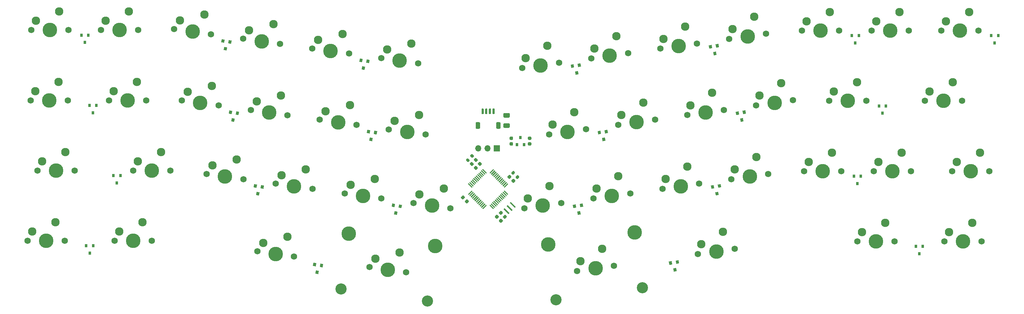
<source format=gbr>
%TF.GenerationSoftware,KiCad,Pcbnew,(5.1.8)-1*%
%TF.CreationDate,2021-05-05T18:46:58+02:00*%
%TF.ProjectId,Annelise,416e6e65-6c69-4736-952e-6b696361645f,rev?*%
%TF.SameCoordinates,Original*%
%TF.FileFunction,Soldermask,Bot*%
%TF.FilePolarity,Negative*%
%FSLAX46Y46*%
G04 Gerber Fmt 4.6, Leading zero omitted, Abs format (unit mm)*
G04 Created by KiCad (PCBNEW (5.1.8)-1) date 2021-05-05 18:46:58*
%MOMM*%
%LPD*%
G01*
G04 APERTURE LIST*
%ADD10C,0.100000*%
%ADD11R,0.800000X0.900000*%
%ADD12C,2.300000*%
%ADD13C,1.750000*%
%ADD14C,3.987800*%
%ADD15C,3.048000*%
%ADD16O,1.700000X1.700000*%
%ADD17R,1.700000X1.700000*%
G04 APERTURE END LIST*
D10*
%TO.C,Y1*%
G36*
X167543567Y-131394150D02*
G01*
X168887070Y-132737653D01*
X168604227Y-133020496D01*
X167260724Y-131676993D01*
X167543567Y-131394150D01*
G37*
G36*
X168392095Y-130545622D02*
G01*
X169735598Y-131889125D01*
X169452755Y-132171968D01*
X168109252Y-130828465D01*
X168392095Y-130545622D01*
G37*
G36*
X169240623Y-129697094D02*
G01*
X170584126Y-131040597D01*
X170301283Y-131323440D01*
X168957780Y-129979937D01*
X169240623Y-129697094D01*
G37*
%TD*%
D11*
%TO.C,U3*%
X171872425Y-112033795D03*
X170922425Y-114033795D03*
X172822425Y-114033795D03*
%TD*%
%TO.C,U2*%
G36*
G01*
X168484825Y-124822615D02*
X167547909Y-125759531D01*
G75*
G02*
X167441843Y-125759531I-53033J53033D01*
G01*
X167335777Y-125653465D01*
G75*
G02*
X167335777Y-125547399I53033J53033D01*
G01*
X168272693Y-124610483D01*
G75*
G02*
X168378759Y-124610483I53033J-53033D01*
G01*
X168484825Y-124716549D01*
G75*
G02*
X168484825Y-124822615I-53033J-53033D01*
G01*
G37*
G36*
G01*
X168131271Y-124469061D02*
X167194355Y-125405977D01*
G75*
G02*
X167088289Y-125405977I-53033J53033D01*
G01*
X166982223Y-125299911D01*
G75*
G02*
X166982223Y-125193845I53033J53033D01*
G01*
X167919139Y-124256929D01*
G75*
G02*
X168025205Y-124256929I53033J-53033D01*
G01*
X168131271Y-124362995D01*
G75*
G02*
X168131271Y-124469061I-53033J-53033D01*
G01*
G37*
G36*
G01*
X167777718Y-124115508D02*
X166840802Y-125052424D01*
G75*
G02*
X166734736Y-125052424I-53033J53033D01*
G01*
X166628670Y-124946358D01*
G75*
G02*
X166628670Y-124840292I53033J53033D01*
G01*
X167565586Y-123903376D01*
G75*
G02*
X167671652Y-123903376I53033J-53033D01*
G01*
X167777718Y-124009442D01*
G75*
G02*
X167777718Y-124115508I-53033J-53033D01*
G01*
G37*
G36*
G01*
X167424164Y-123761954D02*
X166487248Y-124698870D01*
G75*
G02*
X166381182Y-124698870I-53033J53033D01*
G01*
X166275116Y-124592804D01*
G75*
G02*
X166275116Y-124486738I53033J53033D01*
G01*
X167212032Y-123549822D01*
G75*
G02*
X167318098Y-123549822I53033J-53033D01*
G01*
X167424164Y-123655888D01*
G75*
G02*
X167424164Y-123761954I-53033J-53033D01*
G01*
G37*
G36*
G01*
X167070611Y-123408401D02*
X166133695Y-124345317D01*
G75*
G02*
X166027629Y-124345317I-53033J53033D01*
G01*
X165921563Y-124239251D01*
G75*
G02*
X165921563Y-124133185I53033J53033D01*
G01*
X166858479Y-123196269D01*
G75*
G02*
X166964545Y-123196269I53033J-53033D01*
G01*
X167070611Y-123302335D01*
G75*
G02*
X167070611Y-123408401I-53033J-53033D01*
G01*
G37*
G36*
G01*
X166717058Y-123054848D02*
X165780142Y-123991764D01*
G75*
G02*
X165674076Y-123991764I-53033J53033D01*
G01*
X165568010Y-123885698D01*
G75*
G02*
X165568010Y-123779632I53033J53033D01*
G01*
X166504926Y-122842716D01*
G75*
G02*
X166610992Y-122842716I53033J-53033D01*
G01*
X166717058Y-122948782D01*
G75*
G02*
X166717058Y-123054848I-53033J-53033D01*
G01*
G37*
G36*
G01*
X166363504Y-122701294D02*
X165426588Y-123638210D01*
G75*
G02*
X165320522Y-123638210I-53033J53033D01*
G01*
X165214456Y-123532144D01*
G75*
G02*
X165214456Y-123426078I53033J53033D01*
G01*
X166151372Y-122489162D01*
G75*
G02*
X166257438Y-122489162I53033J-53033D01*
G01*
X166363504Y-122595228D01*
G75*
G02*
X166363504Y-122701294I-53033J-53033D01*
G01*
G37*
G36*
G01*
X166009951Y-122347741D02*
X165073035Y-123284657D01*
G75*
G02*
X164966969Y-123284657I-53033J53033D01*
G01*
X164860903Y-123178591D01*
G75*
G02*
X164860903Y-123072525I53033J53033D01*
G01*
X165797819Y-122135609D01*
G75*
G02*
X165903885Y-122135609I53033J-53033D01*
G01*
X166009951Y-122241675D01*
G75*
G02*
X166009951Y-122347741I-53033J-53033D01*
G01*
G37*
G36*
G01*
X165656398Y-121994188D02*
X164719482Y-122931104D01*
G75*
G02*
X164613416Y-122931104I-53033J53033D01*
G01*
X164507350Y-122825038D01*
G75*
G02*
X164507350Y-122718972I53033J53033D01*
G01*
X165444266Y-121782056D01*
G75*
G02*
X165550332Y-121782056I53033J-53033D01*
G01*
X165656398Y-121888122D01*
G75*
G02*
X165656398Y-121994188I-53033J-53033D01*
G01*
G37*
G36*
G01*
X165302844Y-121640634D02*
X164365928Y-122577550D01*
G75*
G02*
X164259862Y-122577550I-53033J53033D01*
G01*
X164153796Y-122471484D01*
G75*
G02*
X164153796Y-122365418I53033J53033D01*
G01*
X165090712Y-121428502D01*
G75*
G02*
X165196778Y-121428502I53033J-53033D01*
G01*
X165302844Y-121534568D01*
G75*
G02*
X165302844Y-121640634I-53033J-53033D01*
G01*
G37*
G36*
G01*
X164949291Y-121287081D02*
X164012375Y-122223997D01*
G75*
G02*
X163906309Y-122223997I-53033J53033D01*
G01*
X163800243Y-122117931D01*
G75*
G02*
X163800243Y-122011865I53033J53033D01*
G01*
X164737159Y-121074949D01*
G75*
G02*
X164843225Y-121074949I53033J-53033D01*
G01*
X164949291Y-121181015D01*
G75*
G02*
X164949291Y-121287081I-53033J-53033D01*
G01*
G37*
G36*
G01*
X164595737Y-120933527D02*
X163658821Y-121870443D01*
G75*
G02*
X163552755Y-121870443I-53033J53033D01*
G01*
X163446689Y-121764377D01*
G75*
G02*
X163446689Y-121658311I53033J53033D01*
G01*
X164383605Y-120721395D01*
G75*
G02*
X164489671Y-120721395I53033J-53033D01*
G01*
X164595737Y-120827461D01*
G75*
G02*
X164595737Y-120933527I-53033J-53033D01*
G01*
G37*
G36*
G01*
X162598161Y-121764377D02*
X162492095Y-121870443D01*
G75*
G02*
X162386029Y-121870443I-53033J53033D01*
G01*
X161449113Y-120933527D01*
G75*
G02*
X161449113Y-120827461I53033J53033D01*
G01*
X161555179Y-120721395D01*
G75*
G02*
X161661245Y-120721395I53033J-53033D01*
G01*
X162598161Y-121658311D01*
G75*
G02*
X162598161Y-121764377I-53033J-53033D01*
G01*
G37*
G36*
G01*
X162244607Y-122117931D02*
X162138541Y-122223997D01*
G75*
G02*
X162032475Y-122223997I-53033J53033D01*
G01*
X161095559Y-121287081D01*
G75*
G02*
X161095559Y-121181015I53033J53033D01*
G01*
X161201625Y-121074949D01*
G75*
G02*
X161307691Y-121074949I53033J-53033D01*
G01*
X162244607Y-122011865D01*
G75*
G02*
X162244607Y-122117931I-53033J-53033D01*
G01*
G37*
G36*
G01*
X161891054Y-122471484D02*
X161784988Y-122577550D01*
G75*
G02*
X161678922Y-122577550I-53033J53033D01*
G01*
X160742006Y-121640634D01*
G75*
G02*
X160742006Y-121534568I53033J53033D01*
G01*
X160848072Y-121428502D01*
G75*
G02*
X160954138Y-121428502I53033J-53033D01*
G01*
X161891054Y-122365418D01*
G75*
G02*
X161891054Y-122471484I-53033J-53033D01*
G01*
G37*
G36*
G01*
X161537500Y-122825038D02*
X161431434Y-122931104D01*
G75*
G02*
X161325368Y-122931104I-53033J53033D01*
G01*
X160388452Y-121994188D01*
G75*
G02*
X160388452Y-121888122I53033J53033D01*
G01*
X160494518Y-121782056D01*
G75*
G02*
X160600584Y-121782056I53033J-53033D01*
G01*
X161537500Y-122718972D01*
G75*
G02*
X161537500Y-122825038I-53033J-53033D01*
G01*
G37*
G36*
G01*
X161183947Y-123178591D02*
X161077881Y-123284657D01*
G75*
G02*
X160971815Y-123284657I-53033J53033D01*
G01*
X160034899Y-122347741D01*
G75*
G02*
X160034899Y-122241675I53033J53033D01*
G01*
X160140965Y-122135609D01*
G75*
G02*
X160247031Y-122135609I53033J-53033D01*
G01*
X161183947Y-123072525D01*
G75*
G02*
X161183947Y-123178591I-53033J-53033D01*
G01*
G37*
G36*
G01*
X160830394Y-123532144D02*
X160724328Y-123638210D01*
G75*
G02*
X160618262Y-123638210I-53033J53033D01*
G01*
X159681346Y-122701294D01*
G75*
G02*
X159681346Y-122595228I53033J53033D01*
G01*
X159787412Y-122489162D01*
G75*
G02*
X159893478Y-122489162I53033J-53033D01*
G01*
X160830394Y-123426078D01*
G75*
G02*
X160830394Y-123532144I-53033J-53033D01*
G01*
G37*
G36*
G01*
X160476840Y-123885698D02*
X160370774Y-123991764D01*
G75*
G02*
X160264708Y-123991764I-53033J53033D01*
G01*
X159327792Y-123054848D01*
G75*
G02*
X159327792Y-122948782I53033J53033D01*
G01*
X159433858Y-122842716D01*
G75*
G02*
X159539924Y-122842716I53033J-53033D01*
G01*
X160476840Y-123779632D01*
G75*
G02*
X160476840Y-123885698I-53033J-53033D01*
G01*
G37*
G36*
G01*
X160123287Y-124239251D02*
X160017221Y-124345317D01*
G75*
G02*
X159911155Y-124345317I-53033J53033D01*
G01*
X158974239Y-123408401D01*
G75*
G02*
X158974239Y-123302335I53033J53033D01*
G01*
X159080305Y-123196269D01*
G75*
G02*
X159186371Y-123196269I53033J-53033D01*
G01*
X160123287Y-124133185D01*
G75*
G02*
X160123287Y-124239251I-53033J-53033D01*
G01*
G37*
G36*
G01*
X159769734Y-124592804D02*
X159663668Y-124698870D01*
G75*
G02*
X159557602Y-124698870I-53033J53033D01*
G01*
X158620686Y-123761954D01*
G75*
G02*
X158620686Y-123655888I53033J53033D01*
G01*
X158726752Y-123549822D01*
G75*
G02*
X158832818Y-123549822I53033J-53033D01*
G01*
X159769734Y-124486738D01*
G75*
G02*
X159769734Y-124592804I-53033J-53033D01*
G01*
G37*
G36*
G01*
X159416180Y-124946358D02*
X159310114Y-125052424D01*
G75*
G02*
X159204048Y-125052424I-53033J53033D01*
G01*
X158267132Y-124115508D01*
G75*
G02*
X158267132Y-124009442I53033J53033D01*
G01*
X158373198Y-123903376D01*
G75*
G02*
X158479264Y-123903376I53033J-53033D01*
G01*
X159416180Y-124840292D01*
G75*
G02*
X159416180Y-124946358I-53033J-53033D01*
G01*
G37*
G36*
G01*
X159062627Y-125299911D02*
X158956561Y-125405977D01*
G75*
G02*
X158850495Y-125405977I-53033J53033D01*
G01*
X157913579Y-124469061D01*
G75*
G02*
X157913579Y-124362995I53033J53033D01*
G01*
X158019645Y-124256929D01*
G75*
G02*
X158125711Y-124256929I53033J-53033D01*
G01*
X159062627Y-125193845D01*
G75*
G02*
X159062627Y-125299911I-53033J-53033D01*
G01*
G37*
G36*
G01*
X158709073Y-125653465D02*
X158603007Y-125759531D01*
G75*
G02*
X158496941Y-125759531I-53033J53033D01*
G01*
X157560025Y-124822615D01*
G75*
G02*
X157560025Y-124716549I53033J53033D01*
G01*
X157666091Y-124610483D01*
G75*
G02*
X157772157Y-124610483I53033J-53033D01*
G01*
X158709073Y-125547399D01*
G75*
G02*
X158709073Y-125653465I-53033J-53033D01*
G01*
G37*
G36*
G01*
X158709073Y-126820191D02*
X157772157Y-127757107D01*
G75*
G02*
X157666091Y-127757107I-53033J53033D01*
G01*
X157560025Y-127651041D01*
G75*
G02*
X157560025Y-127544975I53033J53033D01*
G01*
X158496941Y-126608059D01*
G75*
G02*
X158603007Y-126608059I53033J-53033D01*
G01*
X158709073Y-126714125D01*
G75*
G02*
X158709073Y-126820191I-53033J-53033D01*
G01*
G37*
G36*
G01*
X159062627Y-127173745D02*
X158125711Y-128110661D01*
G75*
G02*
X158019645Y-128110661I-53033J53033D01*
G01*
X157913579Y-128004595D01*
G75*
G02*
X157913579Y-127898529I53033J53033D01*
G01*
X158850495Y-126961613D01*
G75*
G02*
X158956561Y-126961613I53033J-53033D01*
G01*
X159062627Y-127067679D01*
G75*
G02*
X159062627Y-127173745I-53033J-53033D01*
G01*
G37*
G36*
G01*
X159416180Y-127527298D02*
X158479264Y-128464214D01*
G75*
G02*
X158373198Y-128464214I-53033J53033D01*
G01*
X158267132Y-128358148D01*
G75*
G02*
X158267132Y-128252082I53033J53033D01*
G01*
X159204048Y-127315166D01*
G75*
G02*
X159310114Y-127315166I53033J-53033D01*
G01*
X159416180Y-127421232D01*
G75*
G02*
X159416180Y-127527298I-53033J-53033D01*
G01*
G37*
G36*
G01*
X159769734Y-127880852D02*
X158832818Y-128817768D01*
G75*
G02*
X158726752Y-128817768I-53033J53033D01*
G01*
X158620686Y-128711702D01*
G75*
G02*
X158620686Y-128605636I53033J53033D01*
G01*
X159557602Y-127668720D01*
G75*
G02*
X159663668Y-127668720I53033J-53033D01*
G01*
X159769734Y-127774786D01*
G75*
G02*
X159769734Y-127880852I-53033J-53033D01*
G01*
G37*
G36*
G01*
X160123287Y-128234405D02*
X159186371Y-129171321D01*
G75*
G02*
X159080305Y-129171321I-53033J53033D01*
G01*
X158974239Y-129065255D01*
G75*
G02*
X158974239Y-128959189I53033J53033D01*
G01*
X159911155Y-128022273D01*
G75*
G02*
X160017221Y-128022273I53033J-53033D01*
G01*
X160123287Y-128128339D01*
G75*
G02*
X160123287Y-128234405I-53033J-53033D01*
G01*
G37*
G36*
G01*
X160476840Y-128587958D02*
X159539924Y-129524874D01*
G75*
G02*
X159433858Y-129524874I-53033J53033D01*
G01*
X159327792Y-129418808D01*
G75*
G02*
X159327792Y-129312742I53033J53033D01*
G01*
X160264708Y-128375826D01*
G75*
G02*
X160370774Y-128375826I53033J-53033D01*
G01*
X160476840Y-128481892D01*
G75*
G02*
X160476840Y-128587958I-53033J-53033D01*
G01*
G37*
G36*
G01*
X160830394Y-128941512D02*
X159893478Y-129878428D01*
G75*
G02*
X159787412Y-129878428I-53033J53033D01*
G01*
X159681346Y-129772362D01*
G75*
G02*
X159681346Y-129666296I53033J53033D01*
G01*
X160618262Y-128729380D01*
G75*
G02*
X160724328Y-128729380I53033J-53033D01*
G01*
X160830394Y-128835446D01*
G75*
G02*
X160830394Y-128941512I-53033J-53033D01*
G01*
G37*
G36*
G01*
X161183947Y-129295065D02*
X160247031Y-130231981D01*
G75*
G02*
X160140965Y-130231981I-53033J53033D01*
G01*
X160034899Y-130125915D01*
G75*
G02*
X160034899Y-130019849I53033J53033D01*
G01*
X160971815Y-129082933D01*
G75*
G02*
X161077881Y-129082933I53033J-53033D01*
G01*
X161183947Y-129188999D01*
G75*
G02*
X161183947Y-129295065I-53033J-53033D01*
G01*
G37*
G36*
G01*
X161537500Y-129648618D02*
X160600584Y-130585534D01*
G75*
G02*
X160494518Y-130585534I-53033J53033D01*
G01*
X160388452Y-130479468D01*
G75*
G02*
X160388452Y-130373402I53033J53033D01*
G01*
X161325368Y-129436486D01*
G75*
G02*
X161431434Y-129436486I53033J-53033D01*
G01*
X161537500Y-129542552D01*
G75*
G02*
X161537500Y-129648618I-53033J-53033D01*
G01*
G37*
G36*
G01*
X161891054Y-130002172D02*
X160954138Y-130939088D01*
G75*
G02*
X160848072Y-130939088I-53033J53033D01*
G01*
X160742006Y-130833022D01*
G75*
G02*
X160742006Y-130726956I53033J53033D01*
G01*
X161678922Y-129790040D01*
G75*
G02*
X161784988Y-129790040I53033J-53033D01*
G01*
X161891054Y-129896106D01*
G75*
G02*
X161891054Y-130002172I-53033J-53033D01*
G01*
G37*
G36*
G01*
X162244607Y-130355725D02*
X161307691Y-131292641D01*
G75*
G02*
X161201625Y-131292641I-53033J53033D01*
G01*
X161095559Y-131186575D01*
G75*
G02*
X161095559Y-131080509I53033J53033D01*
G01*
X162032475Y-130143593D01*
G75*
G02*
X162138541Y-130143593I53033J-53033D01*
G01*
X162244607Y-130249659D01*
G75*
G02*
X162244607Y-130355725I-53033J-53033D01*
G01*
G37*
G36*
G01*
X162598161Y-130709279D02*
X161661245Y-131646195D01*
G75*
G02*
X161555179Y-131646195I-53033J53033D01*
G01*
X161449113Y-131540129D01*
G75*
G02*
X161449113Y-131434063I53033J53033D01*
G01*
X162386029Y-130497147D01*
G75*
G02*
X162492095Y-130497147I53033J-53033D01*
G01*
X162598161Y-130603213D01*
G75*
G02*
X162598161Y-130709279I-53033J-53033D01*
G01*
G37*
G36*
G01*
X164595737Y-131540129D02*
X164489671Y-131646195D01*
G75*
G02*
X164383605Y-131646195I-53033J53033D01*
G01*
X163446689Y-130709279D01*
G75*
G02*
X163446689Y-130603213I53033J53033D01*
G01*
X163552755Y-130497147D01*
G75*
G02*
X163658821Y-130497147I53033J-53033D01*
G01*
X164595737Y-131434063D01*
G75*
G02*
X164595737Y-131540129I-53033J-53033D01*
G01*
G37*
G36*
G01*
X164949291Y-131186575D02*
X164843225Y-131292641D01*
G75*
G02*
X164737159Y-131292641I-53033J53033D01*
G01*
X163800243Y-130355725D01*
G75*
G02*
X163800243Y-130249659I53033J53033D01*
G01*
X163906309Y-130143593D01*
G75*
G02*
X164012375Y-130143593I53033J-53033D01*
G01*
X164949291Y-131080509D01*
G75*
G02*
X164949291Y-131186575I-53033J-53033D01*
G01*
G37*
G36*
G01*
X165302844Y-130833022D02*
X165196778Y-130939088D01*
G75*
G02*
X165090712Y-130939088I-53033J53033D01*
G01*
X164153796Y-130002172D01*
G75*
G02*
X164153796Y-129896106I53033J53033D01*
G01*
X164259862Y-129790040D01*
G75*
G02*
X164365928Y-129790040I53033J-53033D01*
G01*
X165302844Y-130726956D01*
G75*
G02*
X165302844Y-130833022I-53033J-53033D01*
G01*
G37*
G36*
G01*
X165656398Y-130479468D02*
X165550332Y-130585534D01*
G75*
G02*
X165444266Y-130585534I-53033J53033D01*
G01*
X164507350Y-129648618D01*
G75*
G02*
X164507350Y-129542552I53033J53033D01*
G01*
X164613416Y-129436486D01*
G75*
G02*
X164719482Y-129436486I53033J-53033D01*
G01*
X165656398Y-130373402D01*
G75*
G02*
X165656398Y-130479468I-53033J-53033D01*
G01*
G37*
G36*
G01*
X166009951Y-130125915D02*
X165903885Y-130231981D01*
G75*
G02*
X165797819Y-130231981I-53033J53033D01*
G01*
X164860903Y-129295065D01*
G75*
G02*
X164860903Y-129188999I53033J53033D01*
G01*
X164966969Y-129082933D01*
G75*
G02*
X165073035Y-129082933I53033J-53033D01*
G01*
X166009951Y-130019849D01*
G75*
G02*
X166009951Y-130125915I-53033J-53033D01*
G01*
G37*
G36*
G01*
X166363504Y-129772362D02*
X166257438Y-129878428D01*
G75*
G02*
X166151372Y-129878428I-53033J53033D01*
G01*
X165214456Y-128941512D01*
G75*
G02*
X165214456Y-128835446I53033J53033D01*
G01*
X165320522Y-128729380D01*
G75*
G02*
X165426588Y-128729380I53033J-53033D01*
G01*
X166363504Y-129666296D01*
G75*
G02*
X166363504Y-129772362I-53033J-53033D01*
G01*
G37*
G36*
G01*
X166717058Y-129418808D02*
X166610992Y-129524874D01*
G75*
G02*
X166504926Y-129524874I-53033J53033D01*
G01*
X165568010Y-128587958D01*
G75*
G02*
X165568010Y-128481892I53033J53033D01*
G01*
X165674076Y-128375826D01*
G75*
G02*
X165780142Y-128375826I53033J-53033D01*
G01*
X166717058Y-129312742D01*
G75*
G02*
X166717058Y-129418808I-53033J-53033D01*
G01*
G37*
G36*
G01*
X167070611Y-129065255D02*
X166964545Y-129171321D01*
G75*
G02*
X166858479Y-129171321I-53033J53033D01*
G01*
X165921563Y-128234405D01*
G75*
G02*
X165921563Y-128128339I53033J53033D01*
G01*
X166027629Y-128022273D01*
G75*
G02*
X166133695Y-128022273I53033J-53033D01*
G01*
X167070611Y-128959189D01*
G75*
G02*
X167070611Y-129065255I-53033J-53033D01*
G01*
G37*
G36*
G01*
X167424164Y-128711702D02*
X167318098Y-128817768D01*
G75*
G02*
X167212032Y-128817768I-53033J53033D01*
G01*
X166275116Y-127880852D01*
G75*
G02*
X166275116Y-127774786I53033J53033D01*
G01*
X166381182Y-127668720D01*
G75*
G02*
X166487248Y-127668720I53033J-53033D01*
G01*
X167424164Y-128605636D01*
G75*
G02*
X167424164Y-128711702I-53033J-53033D01*
G01*
G37*
G36*
G01*
X167777718Y-128358148D02*
X167671652Y-128464214D01*
G75*
G02*
X167565586Y-128464214I-53033J53033D01*
G01*
X166628670Y-127527298D01*
G75*
G02*
X166628670Y-127421232I53033J53033D01*
G01*
X166734736Y-127315166D01*
G75*
G02*
X166840802Y-127315166I53033J-53033D01*
G01*
X167777718Y-128252082D01*
G75*
G02*
X167777718Y-128358148I-53033J-53033D01*
G01*
G37*
G36*
G01*
X168131271Y-128004595D02*
X168025205Y-128110661D01*
G75*
G02*
X167919139Y-128110661I-53033J53033D01*
G01*
X166982223Y-127173745D01*
G75*
G02*
X166982223Y-127067679I53033J53033D01*
G01*
X167088289Y-126961613D01*
G75*
G02*
X167194355Y-126961613I53033J-53033D01*
G01*
X168131271Y-127898529D01*
G75*
G02*
X168131271Y-128004595I-53033J-53033D01*
G01*
G37*
G36*
G01*
X168484825Y-127651041D02*
X168378759Y-127757107D01*
G75*
G02*
X168272693Y-127757107I-53033J53033D01*
G01*
X167335777Y-126820191D01*
G75*
G02*
X167335777Y-126714125I53033J53033D01*
G01*
X167441843Y-126608059D01*
G75*
G02*
X167547909Y-126608059I53033J-53033D01*
G01*
X168484825Y-127544975D01*
G75*
G02*
X168484825Y-127651041I-53033J-53033D01*
G01*
G37*
%TD*%
D12*
%TO.C,SW46*%
X295361477Y-135419065D03*
X289011477Y-137959065D03*
D13*
X287741477Y-140499065D03*
X297901477Y-140499065D03*
D14*
X292821477Y-140499065D03*
%TD*%
D12*
%TO.C,SW45*%
X271548977Y-135419062D03*
X265198977Y-137959062D03*
D13*
X263928977Y-140499062D03*
X274088977Y-140499062D03*
D14*
X269008977Y-140499062D03*
%TD*%
D12*
%TO.C,SW44*%
X227227243Y-137888499D03*
X221292540Y-141287529D03*
D13*
X220388399Y-143979559D03*
X230449523Y-142565561D03*
D14*
X225418961Y-143272560D03*
%TD*%
D12*
%TO.C,SW43*%
X194214181Y-142528182D03*
X188279478Y-145927212D03*
D13*
X187375337Y-148619242D03*
X197436461Y-147205244D03*
D14*
X192405899Y-147912243D03*
%TD*%
D12*
%TO.C,SW42*%
X138829511Y-143582795D03*
X132187809Y-145214327D03*
D13*
X130576669Y-147552858D03*
X140637793Y-148966856D03*
D14*
X135607231Y-148259857D03*
%TD*%
D12*
%TO.C,SW41*%
X108174525Y-139274518D03*
X101532823Y-140906050D03*
D13*
X99921683Y-143244581D03*
X109982807Y-144658579D03*
D14*
X104952245Y-143951580D03*
%TD*%
D12*
%TO.C,SW40*%
X68573477Y-135267253D03*
X62223477Y-137807253D03*
D13*
X60953477Y-140347253D03*
X71113477Y-140347253D03*
D14*
X66033477Y-140347253D03*
%TD*%
D12*
%TO.C,SW39*%
X44760978Y-135267254D03*
X38410978Y-137807254D03*
D13*
X37140978Y-140347254D03*
X47300978Y-140347254D03*
D14*
X42220978Y-140347254D03*
%TD*%
D12*
%TO.C,SW38*%
X297458978Y-116179512D03*
X291108978Y-118719512D03*
D13*
X289838978Y-121259512D03*
X299998978Y-121259512D03*
D14*
X294918978Y-121259512D03*
%TD*%
D12*
%TO.C,SW37*%
X276027727Y-116179514D03*
X269677727Y-118719514D03*
D13*
X268407727Y-121259514D03*
X278567727Y-121259514D03*
D14*
X273487727Y-121259514D03*
%TD*%
D12*
%TO.C,SW36*%
X256977727Y-116179513D03*
X250627727Y-118719513D03*
D13*
X249357727Y-121259513D03*
X259517727Y-121259513D03*
D14*
X254437727Y-121259513D03*
%TD*%
D12*
%TO.C,SW35*%
X236366374Y-117366862D03*
X230431671Y-120765892D03*
D13*
X229527530Y-123457922D03*
X239588654Y-122043924D03*
D14*
X234558092Y-122750923D03*
%TD*%
D12*
%TO.C,SW34*%
X217501768Y-120018110D03*
X211567065Y-123417140D03*
D13*
X210662924Y-126109170D03*
X220724048Y-124695172D03*
D14*
X215693486Y-125402171D03*
%TD*%
D12*
%TO.C,SW33*%
X198637161Y-122669358D03*
X192702458Y-126068388D03*
D13*
X191798317Y-128760418D03*
X201859441Y-127346420D03*
D14*
X196828879Y-128053419D03*
%TD*%
D12*
%TO.C,SW32*%
X179772554Y-125320605D03*
X173837851Y-128719635D03*
D13*
X172933710Y-131411665D03*
X182994834Y-129997667D03*
D14*
X177964272Y-130704666D03*
%TD*%
D12*
%TO.C,SW31*%
X150913062Y-126043812D03*
X144271360Y-127675344D03*
D13*
X142660220Y-130013875D03*
X152721344Y-131427873D03*
D14*
X147690782Y-130720874D03*
%TD*%
D12*
%TO.C,SW30*%
X132048455Y-123392566D03*
X125406753Y-125024098D03*
D13*
X123795613Y-127362629D03*
X133856737Y-128776627D03*
D14*
X128826175Y-128069628D03*
%TD*%
D12*
%TO.C,SW29*%
X113183848Y-120741317D03*
X106542146Y-122372849D03*
D13*
X104931006Y-124711380D03*
X114992130Y-126125378D03*
D14*
X109961568Y-125418379D03*
%TD*%
D12*
%TO.C,SW28*%
X94319241Y-118090068D03*
X87677539Y-119721600D03*
D13*
X86066399Y-122060131D03*
X96127523Y-123474129D03*
D14*
X91096961Y-122767130D03*
%TD*%
D12*
%TO.C,SW27*%
X73621729Y-116027703D03*
X67271729Y-118567703D03*
D13*
X66001729Y-121107703D03*
X76161729Y-121107703D03*
D14*
X71081729Y-121107703D03*
%TD*%
D12*
%TO.C,SW26*%
X47427978Y-116027702D03*
X41077978Y-118567702D03*
D13*
X39807978Y-121107702D03*
X49967978Y-121107702D03*
D14*
X44887978Y-121107702D03*
%TD*%
D12*
%TO.C,SW25*%
X290028976Y-96938715D03*
X283678976Y-99478715D03*
D13*
X282408976Y-102018715D03*
X292568976Y-102018715D03*
D14*
X287488976Y-102018715D03*
%TD*%
D12*
%TO.C,SW24*%
X263835226Y-96938714D03*
X257485226Y-99478714D03*
D13*
X256215226Y-102018714D03*
X266375226Y-102018714D03*
D14*
X261295226Y-102018714D03*
%TD*%
D12*
%TO.C,SW23*%
X243147430Y-97176632D03*
X237212727Y-100575662D03*
D13*
X236308586Y-103267692D03*
X246369710Y-101853694D03*
D14*
X241339148Y-102560693D03*
%TD*%
D12*
%TO.C,SW22*%
X224282824Y-99827880D03*
X218348121Y-103226910D03*
D13*
X217443980Y-105918940D03*
X227505104Y-104504942D03*
D14*
X222474542Y-105211941D03*
%TD*%
D12*
%TO.C,SW21*%
X205418217Y-102479128D03*
X199483514Y-105878158D03*
D13*
X198579373Y-108570188D03*
X208640497Y-107156190D03*
D14*
X203609935Y-107863189D03*
%TD*%
D12*
%TO.C,SW20*%
X186553610Y-105130374D03*
X180618907Y-108529404D03*
D13*
X179714766Y-111221434D03*
X189775890Y-109807436D03*
D14*
X184745328Y-110514435D03*
%TD*%
D12*
%TO.C,SW19*%
X144132006Y-105853583D03*
X137490304Y-107485115D03*
D13*
X135879164Y-109823646D03*
X145940288Y-111237644D03*
D14*
X140909726Y-110530645D03*
%TD*%
D12*
%TO.C,SW18*%
X125267399Y-103202334D03*
X118625697Y-104833866D03*
D13*
X117014557Y-107172397D03*
X127075681Y-108586395D03*
D14*
X122045119Y-107879396D03*
%TD*%
D12*
%TO.C,SW17*%
X106402793Y-100551086D03*
X99761091Y-102182618D03*
D13*
X98149951Y-104521149D03*
X108211075Y-105935147D03*
D14*
X103180513Y-105228148D03*
%TD*%
D12*
%TO.C,SW16*%
X87538185Y-97899839D03*
X80896483Y-99531371D03*
D13*
X79285343Y-101869902D03*
X89346467Y-103283900D03*
D14*
X84315905Y-102576901D03*
%TD*%
D12*
%TO.C,SW15*%
X67049228Y-96786904D03*
X60699228Y-99326904D03*
D13*
X59429228Y-101866904D03*
X69589228Y-101866904D03*
D14*
X64509228Y-101866904D03*
%TD*%
D12*
%TO.C,SW14*%
X45617979Y-96786905D03*
X39267979Y-99326905D03*
D13*
X37997979Y-101866905D03*
X48157979Y-101866905D03*
D14*
X43077979Y-101866905D03*
%TD*%
D12*
%TO.C,SW13*%
X294506977Y-77697814D03*
X288156977Y-80237814D03*
D13*
X286886977Y-82777814D03*
X297046977Y-82777814D03*
D14*
X291966977Y-82777814D03*
%TD*%
D12*
%TO.C,SW12*%
X275456977Y-77697814D03*
X269106977Y-80237814D03*
D13*
X267836977Y-82777814D03*
X277996977Y-82777814D03*
D14*
X272916977Y-82777814D03*
%TD*%
D12*
%TO.C,SW11*%
X256406977Y-77697815D03*
X250056977Y-80237815D03*
D13*
X248786977Y-82777815D03*
X258946977Y-82777815D03*
D14*
X253866977Y-82777815D03*
%TD*%
D12*
%TO.C,SW10*%
X235780031Y-78974837D03*
X229845328Y-82373867D03*
D13*
X228941187Y-85065897D03*
X239002311Y-83651899D03*
D14*
X233971749Y-84358898D03*
%TD*%
D12*
%TO.C,SW9*%
X216915424Y-81626085D03*
X210980721Y-85025115D03*
D13*
X210076580Y-87717145D03*
X220137704Y-86303147D03*
D14*
X215107142Y-87010146D03*
%TD*%
D12*
%TO.C,SW8*%
X198050817Y-84277332D03*
X192116114Y-87676362D03*
D13*
X191211973Y-90368392D03*
X201273097Y-88954394D03*
D14*
X196242535Y-89661393D03*
%TD*%
D12*
%TO.C,SW7*%
X179186211Y-86928580D03*
X173251508Y-90327610D03*
D13*
X172347367Y-93019640D03*
X182408491Y-91605642D03*
D14*
X177377929Y-92312641D03*
%TD*%
D12*
%TO.C,SW6*%
X142067102Y-86326163D03*
X135425400Y-87957695D03*
D13*
X133814260Y-90296226D03*
X143875384Y-91710224D03*
D14*
X138844822Y-91003225D03*
%TD*%
D12*
%TO.C,SW5*%
X123202495Y-83674914D03*
X116560793Y-85306446D03*
D13*
X114949653Y-87644977D03*
X125010777Y-89058975D03*
D14*
X119980215Y-88351976D03*
%TD*%
D12*
%TO.C,SW4*%
X104337888Y-81023668D03*
X97696186Y-82655200D03*
D13*
X96085046Y-84993731D03*
X106146170Y-86407729D03*
D14*
X101115608Y-85700730D03*
%TD*%
D12*
%TO.C,SW3*%
X85473282Y-78372420D03*
X78831580Y-80003952D03*
D13*
X77220440Y-82342483D03*
X87281564Y-83756481D03*
D14*
X82251002Y-83049482D03*
%TD*%
D12*
%TO.C,SW2*%
X64858978Y-77546704D03*
X58508978Y-80086704D03*
D13*
X57238978Y-82626704D03*
X67398978Y-82626704D03*
D14*
X62318978Y-82626704D03*
%TD*%
D12*
%TO.C,SW1*%
X45808978Y-77546705D03*
X39458978Y-80086705D03*
D13*
X38188978Y-82626705D03*
X48348978Y-82626705D03*
D14*
X43268978Y-82626705D03*
%TD*%
%TO.C,S2*%
X203047404Y-138080550D03*
D15*
X181587644Y-156486295D03*
D14*
X179466646Y-141394610D03*
D15*
X205168402Y-153172236D03*
%TD*%
D14*
%TO.C,S1*%
X124965726Y-138428164D03*
D15*
X122844728Y-153519850D03*
X146425486Y-156833909D03*
D14*
X148546484Y-141742224D03*
%TD*%
%TO.C,R4*%
G36*
G01*
X170553491Y-122803770D02*
X170942400Y-122414861D01*
G75*
G02*
X171225242Y-122414861I141421J-141421D01*
G01*
X171508085Y-122697704D01*
G75*
G02*
X171508085Y-122980546I-141421J-141421D01*
G01*
X171119176Y-123369455D01*
G75*
G02*
X170836334Y-123369455I-141421J141421D01*
G01*
X170553491Y-123086612D01*
G75*
G02*
X170553491Y-122803770I141421J141421D01*
G01*
G37*
G36*
G01*
X169386765Y-121637044D02*
X169775674Y-121248135D01*
G75*
G02*
X170058516Y-121248135I141421J-141421D01*
G01*
X170341359Y-121530978D01*
G75*
G02*
X170341359Y-121813820I-141421J-141421D01*
G01*
X169952450Y-122202729D01*
G75*
G02*
X169669608Y-122202729I-141421J141421D01*
G01*
X169386765Y-121919886D01*
G75*
G02*
X169386765Y-121637044I141421J141421D01*
G01*
G37*
%TD*%
%TO.C,R3*%
G36*
G01*
X157552450Y-117789861D02*
X157941359Y-118178770D01*
G75*
G02*
X157941359Y-118461612I-141421J-141421D01*
G01*
X157658516Y-118744455D01*
G75*
G02*
X157375674Y-118744455I-141421J141421D01*
G01*
X156986765Y-118355546D01*
G75*
G02*
X156986765Y-118072704I141421J141421D01*
G01*
X157269608Y-117789861D01*
G75*
G02*
X157552450Y-117789861I141421J-141421D01*
G01*
G37*
G36*
G01*
X158719176Y-116623135D02*
X159108085Y-117012044D01*
G75*
G02*
X159108085Y-117294886I-141421J-141421D01*
G01*
X158825242Y-117577729D01*
G75*
G02*
X158542400Y-117577729I-141421J141421D01*
G01*
X158153491Y-117188820D01*
G75*
G02*
X158153491Y-116905978I141421J141421D01*
G01*
X158436334Y-116623135D01*
G75*
G02*
X158719176Y-116623135I141421J-141421D01*
G01*
G37*
%TD*%
D16*
%TO.C,J2*%
X160367425Y-115033795D03*
X162907425Y-115033795D03*
D17*
X165447425Y-115033795D03*
%TD*%
%TO.C,J1*%
G36*
G01*
X160822425Y-108108794D02*
X160822425Y-109408796D01*
G75*
G02*
X160572426Y-109658795I-249999J0D01*
G01*
X159872424Y-109658795D01*
G75*
G02*
X159622425Y-109408796I0J249999D01*
G01*
X159622425Y-108108794D01*
G75*
G02*
X159872424Y-107858795I249999J0D01*
G01*
X160572426Y-107858795D01*
G75*
G02*
X160822425Y-108108794I0J-249999D01*
G01*
G37*
G36*
G01*
X166422425Y-108108794D02*
X166422425Y-109408796D01*
G75*
G02*
X166172426Y-109658795I-249999J0D01*
G01*
X165472424Y-109658795D01*
G75*
G02*
X165222425Y-109408796I0J249999D01*
G01*
X165222425Y-108108794D01*
G75*
G02*
X165472424Y-107858795I249999J0D01*
G01*
X166172426Y-107858795D01*
G75*
G02*
X166422425Y-108108794I0J-249999D01*
G01*
G37*
G36*
G01*
X161822425Y-104258795D02*
X161822425Y-105508795D01*
G75*
G02*
X161672425Y-105658795I-150000J0D01*
G01*
X161372425Y-105658795D01*
G75*
G02*
X161222425Y-105508795I0J150000D01*
G01*
X161222425Y-104258795D01*
G75*
G02*
X161372425Y-104108795I150000J0D01*
G01*
X161672425Y-104108795D01*
G75*
G02*
X161822425Y-104258795I0J-150000D01*
G01*
G37*
G36*
G01*
X162822425Y-104258795D02*
X162822425Y-105508795D01*
G75*
G02*
X162672425Y-105658795I-150000J0D01*
G01*
X162372425Y-105658795D01*
G75*
G02*
X162222425Y-105508795I0J150000D01*
G01*
X162222425Y-104258795D01*
G75*
G02*
X162372425Y-104108795I150000J0D01*
G01*
X162672425Y-104108795D01*
G75*
G02*
X162822425Y-104258795I0J-150000D01*
G01*
G37*
G36*
G01*
X163822425Y-104258795D02*
X163822425Y-105508795D01*
G75*
G02*
X163672425Y-105658795I-150000J0D01*
G01*
X163372425Y-105658795D01*
G75*
G02*
X163222425Y-105508795I0J150000D01*
G01*
X163222425Y-104258795D01*
G75*
G02*
X163372425Y-104108795I150000J0D01*
G01*
X163672425Y-104108795D01*
G75*
G02*
X163822425Y-104258795I0J-150000D01*
G01*
G37*
G36*
G01*
X164822425Y-104258795D02*
X164822425Y-105508795D01*
G75*
G02*
X164672425Y-105658795I-150000J0D01*
G01*
X164372425Y-105658795D01*
G75*
G02*
X164222425Y-105508795I0J150000D01*
G01*
X164222425Y-104258795D01*
G75*
G02*
X164372425Y-104108795I150000J0D01*
G01*
X164672425Y-104108795D01*
G75*
G02*
X164822425Y-104258795I0J-150000D01*
G01*
G37*
%TD*%
%TO.C,F1*%
G36*
G01*
X167447425Y-108158795D02*
X168697425Y-108158795D01*
G75*
G02*
X168947425Y-108408795I0J-250000D01*
G01*
X168947425Y-109158795D01*
G75*
G02*
X168697425Y-109408795I-250000J0D01*
G01*
X167447425Y-109408795D01*
G75*
G02*
X167197425Y-109158795I0J250000D01*
G01*
X167197425Y-108408795D01*
G75*
G02*
X167447425Y-108158795I250000J0D01*
G01*
G37*
G36*
G01*
X167447425Y-105358795D02*
X168697425Y-105358795D01*
G75*
G02*
X168947425Y-105608795I0J-250000D01*
G01*
X168947425Y-106358795D01*
G75*
G02*
X168697425Y-106608795I-250000J0D01*
G01*
X167447425Y-106608795D01*
G75*
G02*
X167197425Y-106358795I0J250000D01*
G01*
X167197425Y-105608795D01*
G75*
G02*
X167447425Y-105358795I250000J0D01*
G01*
G37*
%TD*%
D11*
%TO.C,D23*%
X280915227Y-143880312D03*
X281865227Y-141880312D03*
X279965227Y-141880312D03*
%TD*%
D10*
%TO.C,D22*%
G36*
X213640425Y-147887983D02*
G01*
X214432639Y-147776644D01*
X214557895Y-148667885D01*
X213765681Y-148779224D01*
X213640425Y-147887983D01*
G37*
G36*
X214302834Y-145775232D02*
G01*
X215095048Y-145663893D01*
X215220304Y-146555134D01*
X214428090Y-146666473D01*
X214302834Y-145775232D01*
G37*
G36*
X212421324Y-146039661D02*
G01*
X213213538Y-145928322D01*
X213338794Y-146819563D01*
X212546580Y-146930902D01*
X212421324Y-146039661D01*
G37*
%TD*%
%TO.C,D21*%
G36*
X115938566Y-148455663D02*
G01*
X116730780Y-148567002D01*
X116605524Y-149458243D01*
X115813310Y-149346904D01*
X115938566Y-148455663D01*
G37*
G36*
X117157667Y-146607341D02*
G01*
X117949881Y-146718680D01*
X117824625Y-147609921D01*
X117032411Y-147498582D01*
X117157667Y-146607341D01*
G37*
G36*
X115276157Y-146342912D02*
G01*
X116068371Y-146454251D01*
X115943115Y-147345492D01*
X115150901Y-147234153D01*
X115276157Y-146342912D01*
G37*
%TD*%
D11*
%TO.C,D20*%
X54127228Y-143728505D03*
X55077228Y-141728505D03*
X53177228Y-141728505D03*
%TD*%
%TO.C,D19*%
X263962727Y-124640763D03*
X264912727Y-122640763D03*
X263012727Y-122640763D03*
%TD*%
D10*
%TO.C,D18*%
G36*
X225137633Y-127034940D02*
G01*
X225929847Y-126923601D01*
X226055103Y-127814842D01*
X225262889Y-127926181D01*
X225137633Y-127034940D01*
G37*
G36*
X225800042Y-124922189D02*
G01*
X226592256Y-124810850D01*
X226717512Y-125702091D01*
X225925298Y-125813430D01*
X225800042Y-124922189D01*
G37*
G36*
X223918532Y-125186618D02*
G01*
X224710746Y-125075279D01*
X224836002Y-125966520D01*
X224043788Y-126077859D01*
X223918532Y-125186618D01*
G37*
%TD*%
%TO.C,D17*%
G36*
X187408419Y-132337435D02*
G01*
X188200633Y-132226096D01*
X188325889Y-133117337D01*
X187533675Y-133228676D01*
X187408419Y-132337435D01*
G37*
G36*
X188070828Y-130224684D02*
G01*
X188863042Y-130113345D01*
X188988298Y-131004586D01*
X188196084Y-131115925D01*
X188070828Y-130224684D01*
G37*
G36*
X186189318Y-130489113D02*
G01*
X186981532Y-130377774D01*
X187106788Y-131269015D01*
X186314574Y-131380354D01*
X186189318Y-130489113D01*
G37*
%TD*%
%TO.C,D16*%
G36*
X137454419Y-132242304D02*
G01*
X138246633Y-132353643D01*
X138121377Y-133244884D01*
X137329163Y-133133545D01*
X137454419Y-132242304D01*
G37*
G36*
X138673520Y-130393982D02*
G01*
X139465734Y-130505321D01*
X139340478Y-131396562D01*
X138548264Y-131285223D01*
X138673520Y-130393982D01*
G37*
G36*
X136792010Y-130129553D02*
G01*
X137584224Y-130240892D01*
X137458968Y-131132133D01*
X136666754Y-131020794D01*
X136792010Y-130129553D01*
G37*
%TD*%
%TO.C,D15*%
G36*
X99725207Y-126939809D02*
G01*
X100517421Y-127051148D01*
X100392165Y-127942389D01*
X99599951Y-127831050D01*
X99725207Y-126939809D01*
G37*
G36*
X100944308Y-125091487D02*
G01*
X101736522Y-125202826D01*
X101611266Y-126094067D01*
X100819052Y-125982728D01*
X100944308Y-125091487D01*
G37*
G36*
X99062798Y-124827058D02*
G01*
X99855012Y-124938397D01*
X99729756Y-125829638D01*
X98937542Y-125718299D01*
X99062798Y-124827058D01*
G37*
%TD*%
D11*
%TO.C,D14*%
X61556728Y-124488952D03*
X62506728Y-122488952D03*
X60606728Y-122488952D03*
%TD*%
%TO.C,D13*%
X270820226Y-105399964D03*
X271770226Y-103399964D03*
X269870226Y-103399964D03*
%TD*%
D10*
%TO.C,D12*%
G36*
X231918689Y-106844710D02*
G01*
X232710903Y-106733371D01*
X232836159Y-107624612D01*
X232043945Y-107735951D01*
X231918689Y-106844710D01*
G37*
G36*
X232581098Y-104731959D02*
G01*
X233373312Y-104620620D01*
X233498568Y-105511861D01*
X232706354Y-105623200D01*
X232581098Y-104731959D01*
G37*
G36*
X230699588Y-104996388D02*
G01*
X231491802Y-104885049D01*
X231617058Y-105776290D01*
X230824844Y-105887629D01*
X230699588Y-104996388D01*
G37*
%TD*%
%TO.C,D11*%
G36*
X194189475Y-112147205D02*
G01*
X194981689Y-112035866D01*
X195106945Y-112927107D01*
X194314731Y-113038446D01*
X194189475Y-112147205D01*
G37*
G36*
X194851884Y-110034454D02*
G01*
X195644098Y-109923115D01*
X195769354Y-110814356D01*
X194977140Y-110925695D01*
X194851884Y-110034454D01*
G37*
G36*
X192970374Y-110298883D02*
G01*
X193762588Y-110187544D01*
X193887844Y-111078785D01*
X193095630Y-111190124D01*
X192970374Y-110298883D01*
G37*
%TD*%
%TO.C,D10*%
G36*
X130673365Y-112052074D02*
G01*
X131465579Y-112163413D01*
X131340323Y-113054654D01*
X130548109Y-112943315D01*
X130673365Y-112052074D01*
G37*
G36*
X131892466Y-110203752D02*
G01*
X132684680Y-110315091D01*
X132559424Y-111206332D01*
X131767210Y-111094993D01*
X131892466Y-110203752D01*
G37*
G36*
X130010956Y-109939323D02*
G01*
X130803170Y-110050662D01*
X130677914Y-110941903D01*
X129885700Y-110830564D01*
X130010956Y-109939323D01*
G37*
%TD*%
%TO.C,D9*%
G36*
X92944151Y-106749578D02*
G01*
X93736365Y-106860917D01*
X93611109Y-107752158D01*
X92818895Y-107640819D01*
X92944151Y-106749578D01*
G37*
G36*
X94163252Y-104901256D02*
G01*
X94955466Y-105012595D01*
X94830210Y-105903836D01*
X94037996Y-105792497D01*
X94163252Y-104901256D01*
G37*
G36*
X92281742Y-104636827D02*
G01*
X93073956Y-104748166D01*
X92948700Y-105639407D01*
X92156486Y-105528068D01*
X92281742Y-104636827D01*
G37*
%TD*%
D11*
%TO.C,D8*%
X54984229Y-105248155D03*
X55934229Y-103248155D03*
X54034229Y-103248155D03*
%TD*%
%TO.C,D7*%
X301491977Y-86159065D03*
X302441977Y-84159065D03*
X300541977Y-84159065D03*
%TD*%
%TO.C,D6*%
X263391977Y-86159065D03*
X264341977Y-84159065D03*
X262441977Y-84159065D03*
%TD*%
D10*
%TO.C,D5*%
G36*
X224551290Y-88642915D02*
G01*
X225343504Y-88531576D01*
X225468760Y-89422817D01*
X224676546Y-89534156D01*
X224551290Y-88642915D01*
G37*
G36*
X225213699Y-86530164D02*
G01*
X226005913Y-86418825D01*
X226131169Y-87310066D01*
X225338955Y-87421405D01*
X225213699Y-86530164D01*
G37*
G36*
X223332189Y-86794593D02*
G01*
X224124403Y-86683254D01*
X224249659Y-87574495D01*
X223457445Y-87685834D01*
X223332189Y-86794593D01*
G37*
%TD*%
%TO.C,D4*%
G36*
X186822076Y-93945411D02*
G01*
X187614290Y-93834072D01*
X187739546Y-94725313D01*
X186947332Y-94836652D01*
X186822076Y-93945411D01*
G37*
G36*
X187484485Y-91832660D02*
G01*
X188276699Y-91721321D01*
X188401955Y-92612562D01*
X187609741Y-92723901D01*
X187484485Y-91832660D01*
G37*
G36*
X185602975Y-92097089D02*
G01*
X186395189Y-91985750D01*
X186520445Y-92876991D01*
X185728231Y-92988330D01*
X185602975Y-92097089D01*
G37*
%TD*%
%TO.C,D3*%
G36*
X128608461Y-92524655D02*
G01*
X129400675Y-92635994D01*
X129275419Y-93527235D01*
X128483205Y-93415896D01*
X128608461Y-92524655D01*
G37*
G36*
X129827562Y-90676333D02*
G01*
X130619776Y-90787672D01*
X130494520Y-91678913D01*
X129702306Y-91567574D01*
X129827562Y-90676333D01*
G37*
G36*
X127946052Y-90411904D02*
G01*
X128738266Y-90523243D01*
X128613010Y-91414484D01*
X127820796Y-91303145D01*
X127946052Y-90411904D01*
G37*
%TD*%
%TO.C,D2*%
G36*
X90879247Y-87222160D02*
G01*
X91671461Y-87333499D01*
X91546205Y-88224740D01*
X90753991Y-88113401D01*
X90879247Y-87222160D01*
G37*
G36*
X92098348Y-85373838D02*
G01*
X92890562Y-85485177D01*
X92765306Y-86376418D01*
X91973092Y-86265079D01*
X92098348Y-85373838D01*
G37*
G36*
X90216838Y-85109409D02*
G01*
X91009052Y-85220748D01*
X90883796Y-86111989D01*
X90091582Y-86000650D01*
X90216838Y-85109409D01*
G37*
%TD*%
D11*
%TO.C,D1*%
X52793978Y-86007955D03*
X53743978Y-84007955D03*
X51843978Y-84007955D03*
%TD*%
%TO.C,C9*%
G36*
G01*
X169622425Y-112708795D02*
X169122425Y-112708795D01*
G75*
G02*
X168897425Y-112483795I0J225000D01*
G01*
X168897425Y-112033795D01*
G75*
G02*
X169122425Y-111808795I225000J0D01*
G01*
X169622425Y-111808795D01*
G75*
G02*
X169847425Y-112033795I0J-225000D01*
G01*
X169847425Y-112483795D01*
G75*
G02*
X169622425Y-112708795I-225000J0D01*
G01*
G37*
G36*
G01*
X169622425Y-114258795D02*
X169122425Y-114258795D01*
G75*
G02*
X168897425Y-114033795I0J225000D01*
G01*
X168897425Y-113583795D01*
G75*
G02*
X169122425Y-113358795I225000J0D01*
G01*
X169622425Y-113358795D01*
G75*
G02*
X169847425Y-113583795I0J-225000D01*
G01*
X169847425Y-114033795D01*
G75*
G02*
X169622425Y-114258795I-225000J0D01*
G01*
G37*
%TD*%
%TO.C,C8*%
G36*
G01*
X174122425Y-113358795D02*
X174622425Y-113358795D01*
G75*
G02*
X174847425Y-113583795I0J-225000D01*
G01*
X174847425Y-114033795D01*
G75*
G02*
X174622425Y-114258795I-225000J0D01*
G01*
X174122425Y-114258795D01*
G75*
G02*
X173897425Y-114033795I0J225000D01*
G01*
X173897425Y-113583795D01*
G75*
G02*
X174122425Y-113358795I225000J0D01*
G01*
G37*
G36*
G01*
X174122425Y-111808795D02*
X174622425Y-111808795D01*
G75*
G02*
X174847425Y-112033795I0J-225000D01*
G01*
X174847425Y-112483795D01*
G75*
G02*
X174622425Y-112708795I-225000J0D01*
G01*
X174122425Y-112708795D01*
G75*
G02*
X173897425Y-112483795I0J225000D01*
G01*
X173897425Y-112033795D01*
G75*
G02*
X174122425Y-111808795I225000J0D01*
G01*
G37*
%TD*%
%TO.C,C7*%
G36*
G01*
X158715838Y-118811828D02*
X159069392Y-119165382D01*
G75*
G02*
X159069392Y-119483580I-159099J-159099D01*
G01*
X158751194Y-119801778D01*
G75*
G02*
X158432996Y-119801778I-159099J159099D01*
G01*
X158079442Y-119448224D01*
G75*
G02*
X158079442Y-119130026I159099J159099D01*
G01*
X158397640Y-118811828D01*
G75*
G02*
X158715838Y-118811828I159099J-159099D01*
G01*
G37*
G36*
G01*
X159811854Y-117715812D02*
X160165408Y-118069366D01*
G75*
G02*
X160165408Y-118387564I-159099J-159099D01*
G01*
X159847210Y-118705762D01*
G75*
G02*
X159529012Y-118705762I-159099J159099D01*
G01*
X159175458Y-118352208D01*
G75*
G02*
X159175458Y-118034010I159099J159099D01*
G01*
X159493656Y-117715812D01*
G75*
G02*
X159811854Y-117715812I159099J-159099D01*
G01*
G37*
%TD*%
%TO.C,C6*%
G36*
G01*
X159790838Y-119886828D02*
X160144392Y-120240382D01*
G75*
G02*
X160144392Y-120558580I-159099J-159099D01*
G01*
X159826194Y-120876778D01*
G75*
G02*
X159507996Y-120876778I-159099J159099D01*
G01*
X159154442Y-120523224D01*
G75*
G02*
X159154442Y-120205026I159099J159099D01*
G01*
X159472640Y-119886828D01*
G75*
G02*
X159790838Y-119886828I159099J-159099D01*
G01*
G37*
G36*
G01*
X160886854Y-118790812D02*
X161240408Y-119144366D01*
G75*
G02*
X161240408Y-119462564I-159099J-159099D01*
G01*
X160922210Y-119780762D01*
G75*
G02*
X160604012Y-119780762I-159099J159099D01*
G01*
X160250458Y-119427208D01*
G75*
G02*
X160250458Y-119109010I159099J159099D01*
G01*
X160568656Y-118790812D01*
G75*
G02*
X160886854Y-118790812I159099J-159099D01*
G01*
G37*
%TD*%
%TO.C,C5*%
G36*
G01*
X156725458Y-129415382D02*
X157079012Y-129061828D01*
G75*
G02*
X157397210Y-129061828I159099J-159099D01*
G01*
X157715408Y-129380026D01*
G75*
G02*
X157715408Y-129698224I-159099J-159099D01*
G01*
X157361854Y-130051778D01*
G75*
G02*
X157043656Y-130051778I-159099J159099D01*
G01*
X156725458Y-129733580D01*
G75*
G02*
X156725458Y-129415382I159099J159099D01*
G01*
G37*
G36*
G01*
X155629442Y-128319366D02*
X155982996Y-127965812D01*
G75*
G02*
X156301194Y-127965812I159099J-159099D01*
G01*
X156619392Y-128284010D01*
G75*
G02*
X156619392Y-128602208I-159099J-159099D01*
G01*
X156265838Y-128955762D01*
G75*
G02*
X155947640Y-128955762I-159099J159099D01*
G01*
X155629442Y-128637564D01*
G75*
G02*
X155629442Y-128319366I159099J159099D01*
G01*
G37*
%TD*%
%TO.C,C4*%
G36*
G01*
X167100458Y-133640382D02*
X167454012Y-133286828D01*
G75*
G02*
X167772210Y-133286828I159099J-159099D01*
G01*
X168090408Y-133605026D01*
G75*
G02*
X168090408Y-133923224I-159099J-159099D01*
G01*
X167736854Y-134276778D01*
G75*
G02*
X167418656Y-134276778I-159099J159099D01*
G01*
X167100458Y-133958580D01*
G75*
G02*
X167100458Y-133640382I159099J159099D01*
G01*
G37*
G36*
G01*
X166004442Y-132544366D02*
X166357996Y-132190812D01*
G75*
G02*
X166676194Y-132190812I159099J-159099D01*
G01*
X166994392Y-132509010D01*
G75*
G02*
X166994392Y-132827208I-159099J-159099D01*
G01*
X166640838Y-133180762D01*
G75*
G02*
X166322640Y-133180762I-159099J159099D01*
G01*
X166004442Y-132862564D01*
G75*
G02*
X166004442Y-132544366I159099J159099D01*
G01*
G37*
%TD*%
%TO.C,C3*%
G36*
G01*
X169319392Y-122977208D02*
X168965838Y-123330762D01*
G75*
G02*
X168647640Y-123330762I-159099J159099D01*
G01*
X168329442Y-123012564D01*
G75*
G02*
X168329442Y-122694366I159099J159099D01*
G01*
X168682996Y-122340812D01*
G75*
G02*
X169001194Y-122340812I159099J-159099D01*
G01*
X169319392Y-122659010D01*
G75*
G02*
X169319392Y-122977208I-159099J-159099D01*
G01*
G37*
G36*
G01*
X170415408Y-124073224D02*
X170061854Y-124426778D01*
G75*
G02*
X169743656Y-124426778I-159099J159099D01*
G01*
X169425458Y-124108580D01*
G75*
G02*
X169425458Y-123790382I159099J159099D01*
G01*
X169779012Y-123436828D01*
G75*
G02*
X170097210Y-123436828I159099J-159099D01*
G01*
X170415408Y-123755026D01*
G75*
G02*
X170415408Y-124073224I-159099J-159099D01*
G01*
G37*
%TD*%
%TO.C,C1*%
G36*
G01*
X165919392Y-133902208D02*
X165565838Y-134255762D01*
G75*
G02*
X165247640Y-134255762I-159099J159099D01*
G01*
X164929442Y-133937564D01*
G75*
G02*
X164929442Y-133619366I159099J159099D01*
G01*
X165282996Y-133265812D01*
G75*
G02*
X165601194Y-133265812I159099J-159099D01*
G01*
X165919392Y-133584010D01*
G75*
G02*
X165919392Y-133902208I-159099J-159099D01*
G01*
G37*
G36*
G01*
X167015408Y-134998224D02*
X166661854Y-135351778D01*
G75*
G02*
X166343656Y-135351778I-159099J159099D01*
G01*
X166025458Y-135033580D01*
G75*
G02*
X166025458Y-134715382I159099J159099D01*
G01*
X166379012Y-134361828D01*
G75*
G02*
X166697210Y-134361828I159099J-159099D01*
G01*
X167015408Y-134680026D01*
G75*
G02*
X167015408Y-134998224I-159099J-159099D01*
G01*
G37*
%TD*%
M02*

</source>
